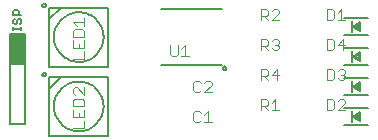
<source format=gto>
G75*
%MOIN*%
%OFA0B0*%
%FSLAX24Y24*%
%IPPOS*%
%LPD*%
%AMOC8*
5,1,8,0,0,1.08239X$1,22.5*
%
%ADD10C,0.0030*%
%ADD11C,0.0080*%
%ADD12R,0.0079X0.0394*%
%ADD13C,0.0060*%
%ADD14C,0.0050*%
D10*
X002995Y001161D02*
X003365Y001161D01*
X003365Y001407D01*
X003365Y001529D02*
X002995Y001529D01*
X002995Y001776D01*
X002995Y001897D02*
X002995Y002082D01*
X003056Y002144D01*
X003303Y002144D01*
X003365Y002082D01*
X003365Y001897D01*
X002995Y001897D01*
X003365Y001776D02*
X003365Y001529D01*
X003180Y001529D02*
X003180Y001652D01*
X003056Y002266D02*
X002995Y002327D01*
X002995Y002451D01*
X003056Y002512D01*
X003118Y002512D01*
X003365Y002266D01*
X003365Y002512D01*
X003365Y003471D02*
X002995Y003471D01*
X003365Y003471D02*
X003365Y003717D01*
X003365Y003839D02*
X002995Y003839D01*
X002995Y004086D01*
X002995Y004207D02*
X002995Y004392D01*
X003056Y004454D01*
X003303Y004454D01*
X003365Y004392D01*
X003365Y004207D01*
X002995Y004207D01*
X003365Y004086D02*
X003365Y003839D01*
X003180Y003839D02*
X003180Y003962D01*
X003118Y004576D02*
X002995Y004699D01*
X003365Y004699D01*
X003365Y004576D02*
X003365Y004822D01*
X006227Y003928D02*
X006227Y003619D01*
X006288Y003557D01*
X006412Y003557D01*
X006474Y003619D01*
X006474Y003928D01*
X006595Y003804D02*
X006718Y003928D01*
X006718Y003557D01*
X006595Y003557D02*
X006842Y003557D01*
X009245Y003757D02*
X009245Y004128D01*
X009430Y004128D01*
X009492Y004066D01*
X009492Y003942D01*
X009430Y003881D01*
X009245Y003881D01*
X009368Y003881D02*
X009492Y003757D01*
X009613Y003819D02*
X009675Y003757D01*
X009798Y003757D01*
X009860Y003819D01*
X009860Y003881D01*
X009798Y003942D01*
X009737Y003942D01*
X009798Y003942D02*
X009860Y004004D01*
X009860Y004066D01*
X009798Y004128D01*
X009675Y004128D01*
X009613Y004066D01*
X011445Y004128D02*
X011445Y003757D01*
X011630Y003757D01*
X011692Y003819D01*
X011692Y004066D01*
X011630Y004128D01*
X011445Y004128D01*
X011813Y003942D02*
X012060Y003942D01*
X011998Y004128D02*
X011813Y003942D01*
X011998Y003757D02*
X011998Y004128D01*
X011937Y004757D02*
X011937Y005128D01*
X011813Y005004D01*
X011692Y005066D02*
X011630Y005128D01*
X011445Y005128D01*
X011445Y004757D01*
X011630Y004757D01*
X011692Y004819D01*
X011692Y005066D01*
X011813Y004757D02*
X012060Y004757D01*
X009860Y004757D02*
X009613Y004757D01*
X009860Y005004D01*
X009860Y005066D01*
X009798Y005128D01*
X009675Y005128D01*
X009613Y005066D01*
X009492Y005066D02*
X009492Y004942D01*
X009430Y004881D01*
X009245Y004881D01*
X009368Y004881D02*
X009492Y004757D01*
X009245Y004757D02*
X009245Y005128D01*
X009430Y005128D01*
X009492Y005066D01*
X009430Y003128D02*
X009245Y003128D01*
X009245Y002757D01*
X009368Y002881D02*
X009492Y002757D01*
X009430Y002881D02*
X009245Y002881D01*
X009430Y002881D02*
X009492Y002942D01*
X009492Y003066D01*
X009430Y003128D01*
X009613Y002942D02*
X009798Y003128D01*
X009798Y002757D01*
X009860Y002942D02*
X009613Y002942D01*
X011445Y002757D02*
X011630Y002757D01*
X011692Y002819D01*
X011692Y003066D01*
X011630Y003128D01*
X011445Y003128D01*
X011445Y002757D01*
X011813Y002819D02*
X011875Y002757D01*
X011998Y002757D01*
X012060Y002819D01*
X012060Y002881D01*
X011998Y002942D01*
X011937Y002942D01*
X011998Y002942D02*
X012060Y003004D01*
X012060Y003066D01*
X011998Y003128D01*
X011875Y003128D01*
X011813Y003066D01*
X011875Y002128D02*
X011813Y002066D01*
X011875Y002128D02*
X011998Y002128D01*
X012060Y002066D01*
X012060Y002004D01*
X011813Y001757D01*
X012060Y001757D01*
X011692Y001819D02*
X011692Y002066D01*
X011630Y002128D01*
X011445Y002128D01*
X011445Y001757D01*
X011630Y001757D01*
X011692Y001819D01*
X009860Y001757D02*
X009613Y001757D01*
X009492Y001757D02*
X009368Y001881D01*
X009430Y001881D02*
X009245Y001881D01*
X009430Y001881D02*
X009492Y001942D01*
X009492Y002066D01*
X009430Y002128D01*
X009245Y002128D01*
X009245Y001757D01*
X009737Y001757D02*
X009737Y002128D01*
X009613Y002004D01*
X007610Y002357D02*
X007363Y002357D01*
X007610Y002604D01*
X007610Y002666D01*
X007548Y002728D01*
X007425Y002728D01*
X007363Y002666D01*
X007242Y002666D02*
X007180Y002728D01*
X007057Y002728D01*
X006995Y002666D01*
X006995Y002419D01*
X007057Y002357D01*
X007180Y002357D01*
X007242Y002419D01*
X007180Y001728D02*
X007057Y001728D01*
X006995Y001666D01*
X006995Y001419D01*
X007057Y001357D01*
X007180Y001357D01*
X007242Y001419D01*
X007363Y001357D02*
X007610Y001357D01*
X007487Y001357D02*
X007487Y001728D01*
X007363Y001604D01*
X007242Y001666D02*
X007180Y001728D01*
D11*
X012036Y001818D02*
X012824Y001818D01*
X012568Y001700D02*
X012568Y001385D01*
X012332Y001542D01*
X012568Y001700D01*
X012509Y001621D02*
X012509Y001463D01*
X012391Y001542D01*
X012509Y001621D01*
X012509Y001544D02*
X012393Y001544D01*
X012506Y001465D02*
X012509Y001465D01*
X012824Y001267D02*
X012036Y001267D01*
X012036Y002267D02*
X012824Y002267D01*
X012568Y002385D02*
X012332Y002542D01*
X012568Y002700D01*
X012568Y002385D01*
X012509Y002463D02*
X012391Y002542D01*
X012509Y002621D01*
X012509Y002463D01*
X012509Y002486D02*
X012476Y002486D01*
X012509Y002564D02*
X012423Y002564D01*
X012036Y002818D02*
X012824Y002818D01*
X012824Y003267D02*
X012036Y003267D01*
X012332Y003542D02*
X012568Y003385D01*
X012568Y003700D01*
X012332Y003542D01*
X012391Y003542D02*
X012509Y003463D01*
X012509Y003621D01*
X012391Y003542D01*
X012445Y003506D02*
X012509Y003506D01*
X012509Y003585D02*
X012454Y003585D01*
X012824Y003818D02*
X012036Y003818D01*
X012036Y004267D02*
X012824Y004267D01*
X012568Y004385D02*
X012332Y004542D01*
X012568Y004700D01*
X012568Y004385D01*
X012509Y004463D02*
X012391Y004542D01*
X012509Y004621D01*
X012509Y004463D01*
X012509Y004527D02*
X012414Y004527D01*
X012485Y004605D02*
X012509Y004605D01*
X012824Y004818D02*
X012036Y004818D01*
D12*
X012292Y004542D03*
X012292Y003542D03*
X012292Y002542D03*
X012292Y001542D03*
D13*
X007940Y003262D02*
X005930Y003262D01*
X001260Y004429D02*
X001260Y004516D01*
X001260Y004473D02*
X001000Y004473D01*
X001000Y004516D02*
X001000Y004429D01*
X001043Y004626D02*
X001087Y004626D01*
X001130Y004669D01*
X001130Y004756D01*
X001173Y004799D01*
X001217Y004799D01*
X001260Y004756D01*
X001260Y004669D01*
X001217Y004626D01*
X001043Y004626D02*
X001000Y004669D01*
X001000Y004756D01*
X001043Y004799D01*
X001000Y004920D02*
X001000Y005051D01*
X001043Y005094D01*
X001130Y005094D01*
X001173Y005051D01*
X001173Y004920D01*
X001260Y004920D02*
X001000Y004920D01*
X005930Y005122D02*
X007940Y005122D01*
D14*
X002196Y002473D02*
X002196Y000898D01*
X004164Y000898D01*
X004164Y002866D01*
X002589Y002866D01*
X002196Y002473D01*
X002196Y002866D01*
X002589Y002866D01*
X001969Y002940D02*
X001971Y002954D01*
X001977Y002968D01*
X001985Y002980D01*
X001997Y002988D01*
X002011Y002994D01*
X002025Y002996D01*
X002039Y002994D01*
X002053Y002988D01*
X002065Y002980D01*
X002073Y002968D01*
X002079Y002954D01*
X002081Y002940D01*
X002079Y002926D01*
X002073Y002912D01*
X002065Y002900D01*
X002053Y002892D01*
X002039Y002886D01*
X002025Y002884D01*
X002011Y002886D01*
X001997Y002892D01*
X001985Y002900D01*
X001977Y002912D01*
X001971Y002926D01*
X001969Y002940D01*
X002196Y003208D02*
X002196Y004783D01*
X002589Y005176D01*
X004164Y005176D01*
X004164Y003208D01*
X002196Y003208D01*
X001380Y003292D02*
X001380Y004292D01*
X000880Y004292D01*
X000880Y003292D01*
X001380Y003292D01*
X001380Y003299D02*
X000880Y003299D01*
X000880Y003348D02*
X001380Y003348D01*
X001380Y003396D02*
X000880Y003396D01*
X000880Y003445D02*
X001380Y003445D01*
X001380Y003493D02*
X000880Y003493D01*
X000880Y003542D02*
X001380Y003542D01*
X001380Y003590D02*
X000880Y003590D01*
X000880Y003639D02*
X001380Y003639D01*
X001380Y003687D02*
X000880Y003687D01*
X000880Y003736D02*
X001380Y003736D01*
X001380Y003784D02*
X000880Y003784D01*
X000880Y003833D02*
X001380Y003833D01*
X001380Y003881D02*
X000880Y003881D01*
X000880Y003930D02*
X001380Y003930D01*
X001380Y003978D02*
X000880Y003978D01*
X000880Y004027D02*
X001380Y004027D01*
X001380Y004075D02*
X000880Y004075D01*
X000880Y004124D02*
X001380Y004124D01*
X001380Y004172D02*
X000880Y004172D01*
X000880Y004221D02*
X001380Y004221D01*
X001380Y004269D02*
X000880Y004269D01*
X000880Y004292D02*
X000880Y001292D01*
X001380Y001292D01*
X001380Y004292D01*
X000880Y004292D01*
X002196Y004783D02*
X002196Y005176D01*
X002589Y005176D01*
X001969Y005250D02*
X001971Y005264D01*
X001977Y005278D01*
X001985Y005290D01*
X001997Y005298D01*
X002011Y005304D01*
X002025Y005306D01*
X002039Y005304D01*
X002053Y005298D01*
X002065Y005290D01*
X002073Y005278D01*
X002079Y005264D01*
X002081Y005250D01*
X002079Y005236D01*
X002073Y005222D01*
X002065Y005210D01*
X002053Y005202D01*
X002039Y005196D01*
X002025Y005194D01*
X002011Y005196D01*
X001997Y005202D01*
X001985Y005210D01*
X001977Y005222D01*
X001971Y005236D01*
X001969Y005250D01*
X002353Y004192D02*
X002355Y004249D01*
X002361Y004306D01*
X002371Y004362D01*
X002384Y004418D01*
X002402Y004472D01*
X002423Y004525D01*
X002448Y004576D01*
X002476Y004626D01*
X002508Y004673D01*
X002542Y004719D01*
X002580Y004761D01*
X002621Y004801D01*
X002664Y004839D01*
X002710Y004873D01*
X002758Y004903D01*
X002808Y004931D01*
X002860Y004955D01*
X002914Y004975D01*
X002968Y004991D01*
X003024Y005004D01*
X003080Y005013D01*
X003137Y005018D01*
X003194Y005019D01*
X003251Y005016D01*
X003308Y005009D01*
X003364Y004998D01*
X003419Y004984D01*
X003473Y004965D01*
X003526Y004943D01*
X003577Y004918D01*
X003626Y004888D01*
X003673Y004856D01*
X003718Y004820D01*
X003760Y004782D01*
X003799Y004740D01*
X003835Y004696D01*
X003869Y004650D01*
X003899Y004601D01*
X003925Y004551D01*
X003948Y004499D01*
X003967Y004445D01*
X003983Y004390D01*
X003995Y004334D01*
X004003Y004277D01*
X004007Y004221D01*
X004007Y004163D01*
X004003Y004107D01*
X003995Y004050D01*
X003983Y003994D01*
X003967Y003939D01*
X003948Y003885D01*
X003925Y003833D01*
X003899Y003783D01*
X003869Y003734D01*
X003835Y003688D01*
X003799Y003644D01*
X003760Y003602D01*
X003718Y003564D01*
X003673Y003528D01*
X003626Y003496D01*
X003577Y003466D01*
X003526Y003441D01*
X003473Y003419D01*
X003419Y003400D01*
X003364Y003386D01*
X003308Y003375D01*
X003251Y003368D01*
X003194Y003365D01*
X003137Y003366D01*
X003080Y003371D01*
X003024Y003380D01*
X002968Y003393D01*
X002914Y003409D01*
X002860Y003429D01*
X002808Y003453D01*
X002758Y003481D01*
X002710Y003511D01*
X002664Y003545D01*
X002621Y003583D01*
X002580Y003623D01*
X002542Y003665D01*
X002508Y003711D01*
X002476Y003758D01*
X002448Y003808D01*
X002423Y003859D01*
X002402Y003912D01*
X002384Y003966D01*
X002371Y004022D01*
X002361Y004078D01*
X002355Y004135D01*
X002353Y004192D01*
X007986Y003157D02*
X007988Y003172D01*
X007994Y003185D01*
X008003Y003197D01*
X008014Y003206D01*
X008028Y003212D01*
X008043Y003214D01*
X008058Y003212D01*
X008071Y003206D01*
X008083Y003197D01*
X008092Y003186D01*
X008098Y003172D01*
X008100Y003157D01*
X008098Y003142D01*
X008092Y003129D01*
X008083Y003117D01*
X008072Y003108D01*
X008058Y003102D01*
X008043Y003100D01*
X008028Y003102D01*
X008015Y003108D01*
X008003Y003117D01*
X007994Y003128D01*
X007988Y003142D01*
X007986Y003157D01*
X002353Y001882D02*
X002355Y001939D01*
X002361Y001996D01*
X002371Y002052D01*
X002384Y002108D01*
X002402Y002162D01*
X002423Y002215D01*
X002448Y002266D01*
X002476Y002316D01*
X002508Y002363D01*
X002542Y002409D01*
X002580Y002451D01*
X002621Y002491D01*
X002664Y002529D01*
X002710Y002563D01*
X002758Y002593D01*
X002808Y002621D01*
X002860Y002645D01*
X002914Y002665D01*
X002968Y002681D01*
X003024Y002694D01*
X003080Y002703D01*
X003137Y002708D01*
X003194Y002709D01*
X003251Y002706D01*
X003308Y002699D01*
X003364Y002688D01*
X003419Y002674D01*
X003473Y002655D01*
X003526Y002633D01*
X003577Y002608D01*
X003626Y002578D01*
X003673Y002546D01*
X003718Y002510D01*
X003760Y002472D01*
X003799Y002430D01*
X003835Y002386D01*
X003869Y002340D01*
X003899Y002291D01*
X003925Y002241D01*
X003948Y002189D01*
X003967Y002135D01*
X003983Y002080D01*
X003995Y002024D01*
X004003Y001967D01*
X004007Y001911D01*
X004007Y001853D01*
X004003Y001797D01*
X003995Y001740D01*
X003983Y001684D01*
X003967Y001629D01*
X003948Y001575D01*
X003925Y001523D01*
X003899Y001473D01*
X003869Y001424D01*
X003835Y001378D01*
X003799Y001334D01*
X003760Y001292D01*
X003718Y001254D01*
X003673Y001218D01*
X003626Y001186D01*
X003577Y001156D01*
X003526Y001131D01*
X003473Y001109D01*
X003419Y001090D01*
X003364Y001076D01*
X003308Y001065D01*
X003251Y001058D01*
X003194Y001055D01*
X003137Y001056D01*
X003080Y001061D01*
X003024Y001070D01*
X002968Y001083D01*
X002914Y001099D01*
X002860Y001119D01*
X002808Y001143D01*
X002758Y001171D01*
X002710Y001201D01*
X002664Y001235D01*
X002621Y001273D01*
X002580Y001313D01*
X002542Y001355D01*
X002508Y001401D01*
X002476Y001448D01*
X002448Y001498D01*
X002423Y001549D01*
X002402Y001602D01*
X002384Y001656D01*
X002371Y001712D01*
X002361Y001768D01*
X002355Y001825D01*
X002353Y001882D01*
M02*

</source>
